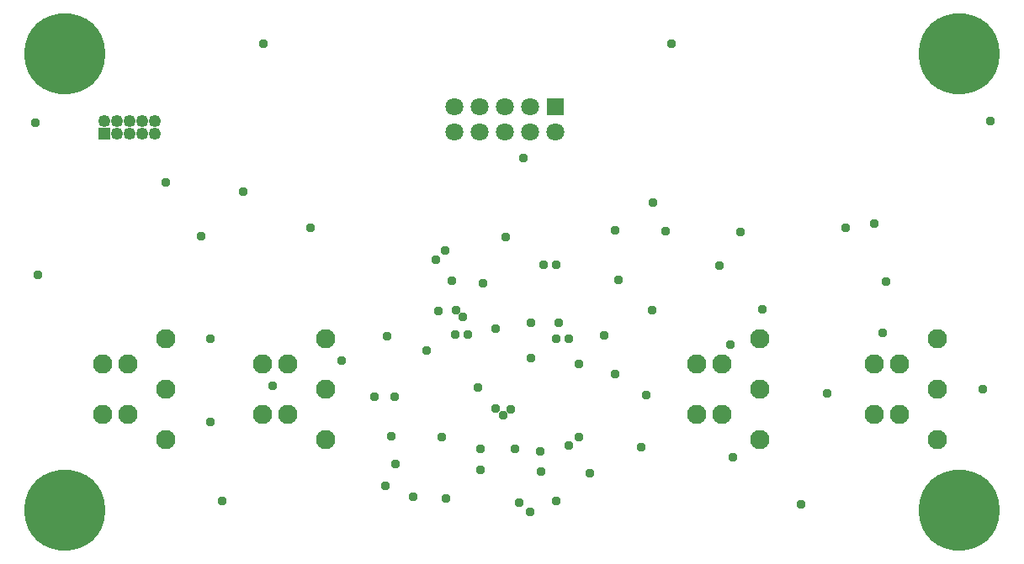
<source format=gbs>
G04*
G04 #@! TF.GenerationSoftware,Altium Limited,Altium Designer,22.3.1 (43)*
G04*
G04 Layer_Color=16711935*
%FSLAX25Y25*%
%MOIN*%
G70*
G04*
G04 #@! TF.SameCoordinates,8ED6FF1A-C223-48F4-A418-E12A0B0AD757*
G04*
G04*
G04 #@! TF.FilePolarity,Negative*
G04*
G01*
G75*
%ADD31C,0.32087*%
%ADD32C,0.07677*%
%ADD33R,0.07087X0.07087*%
%ADD34C,0.07087*%
%ADD35R,0.04921X0.04921*%
%ADD36C,0.04921*%
%ADD37C,0.03740*%
D31*
X413386Y43307D02*
D03*
X59055D02*
D03*
X413386Y224410D02*
D03*
X59055D02*
D03*
D32*
X83858Y81181D02*
D03*
X73858D02*
D03*
Y101181D02*
D03*
X83858D02*
D03*
X98858Y91181D02*
D03*
Y71181D02*
D03*
Y111181D02*
D03*
X147244Y81181D02*
D03*
X137244D02*
D03*
Y101181D02*
D03*
X147244D02*
D03*
X162244Y91181D02*
D03*
Y71181D02*
D03*
Y111181D02*
D03*
X319291Y81181D02*
D03*
X309291D02*
D03*
Y101181D02*
D03*
X319291D02*
D03*
X334291Y91181D02*
D03*
Y71181D02*
D03*
Y111181D02*
D03*
X389528Y81181D02*
D03*
X379528D02*
D03*
Y101181D02*
D03*
X389528D02*
D03*
X404528Y91181D02*
D03*
Y71181D02*
D03*
Y111181D02*
D03*
D33*
X253465Y203307D02*
D03*
D34*
Y193307D02*
D03*
X243465Y203307D02*
D03*
Y193307D02*
D03*
X233465Y203307D02*
D03*
Y193307D02*
D03*
X223465Y203307D02*
D03*
Y193307D02*
D03*
X213465Y203307D02*
D03*
Y193307D02*
D03*
D35*
X74646Y192520D02*
D03*
D36*
Y197520D02*
D03*
X79646Y192520D02*
D03*
Y197520D02*
D03*
X84646Y192520D02*
D03*
Y197520D02*
D03*
X89646Y192520D02*
D03*
Y197520D02*
D03*
X94646Y192520D02*
D03*
Y197520D02*
D03*
D37*
X243504Y42520D02*
D03*
X239173Y46161D02*
D03*
X210039Y48031D02*
D03*
X47244Y196850D02*
D03*
X229817Y115285D02*
D03*
X272835Y112697D02*
D03*
X291732Y122441D02*
D03*
X382991Y113687D02*
D03*
X361167Y89592D02*
D03*
X322799Y108811D02*
D03*
X289370Y88976D02*
D03*
X116535Y111181D02*
D03*
Y78347D02*
D03*
X186614Y112205D02*
D03*
X141455Y92520D02*
D03*
X168701Y102559D02*
D03*
X189831Y88395D02*
D03*
X181747D02*
D03*
X202362Y106693D02*
D03*
X240569Y182842D02*
D03*
X224757Y133328D02*
D03*
X212441Y134235D02*
D03*
X292107Y165380D02*
D03*
X335269Y122933D02*
D03*
X222815Y91988D02*
D03*
X318268Y140223D02*
D03*
X254717Y117499D02*
D03*
X213965Y122733D02*
D03*
X205906Y142520D02*
D03*
X237359Y67712D02*
D03*
X208512Y72205D02*
D03*
X190008Y61716D02*
D03*
X197095Y48470D02*
D03*
X223819Y59351D02*
D03*
X277154Y97244D02*
D03*
X218701Y112992D02*
D03*
X216651Y119930D02*
D03*
X206884Y122344D02*
D03*
X243721Y103742D02*
D03*
X213779Y112992D02*
D03*
X233807Y151537D02*
D03*
X186024Y52854D02*
D03*
X229789Y83613D02*
D03*
X209800Y146358D02*
D03*
X384406Y133858D02*
D03*
X278346Y134646D02*
D03*
X287457Y68307D02*
D03*
X323622Y64173D02*
D03*
X112851Y152067D02*
D03*
X326772Y153543D02*
D03*
X297035Y153939D02*
D03*
X277165Y154331D02*
D03*
X425591Y197638D02*
D03*
X422835Y91339D02*
D03*
X350787Y45669D02*
D03*
X121260Y46850D02*
D03*
X48383Y136516D02*
D03*
X299213Y228346D02*
D03*
X137795D02*
D03*
X253711Y111331D02*
D03*
X243721Y117717D02*
D03*
X253642Y46797D02*
D03*
X267028Y57898D02*
D03*
X258661Y68898D02*
D03*
X232653Y80915D02*
D03*
X235827Y83385D02*
D03*
X129823Y169587D02*
D03*
X99152Y173339D02*
D03*
X223819Y67716D02*
D03*
X247736Y58570D02*
D03*
X247244Y66535D02*
D03*
X262795Y101380D02*
D03*
X379823Y157087D02*
D03*
X368406Y155315D02*
D03*
X262669Y72315D02*
D03*
X258711Y111331D02*
D03*
X188189Y72638D02*
D03*
X253839Y140650D02*
D03*
X248819D02*
D03*
X156398Y155217D02*
D03*
M02*

</source>
